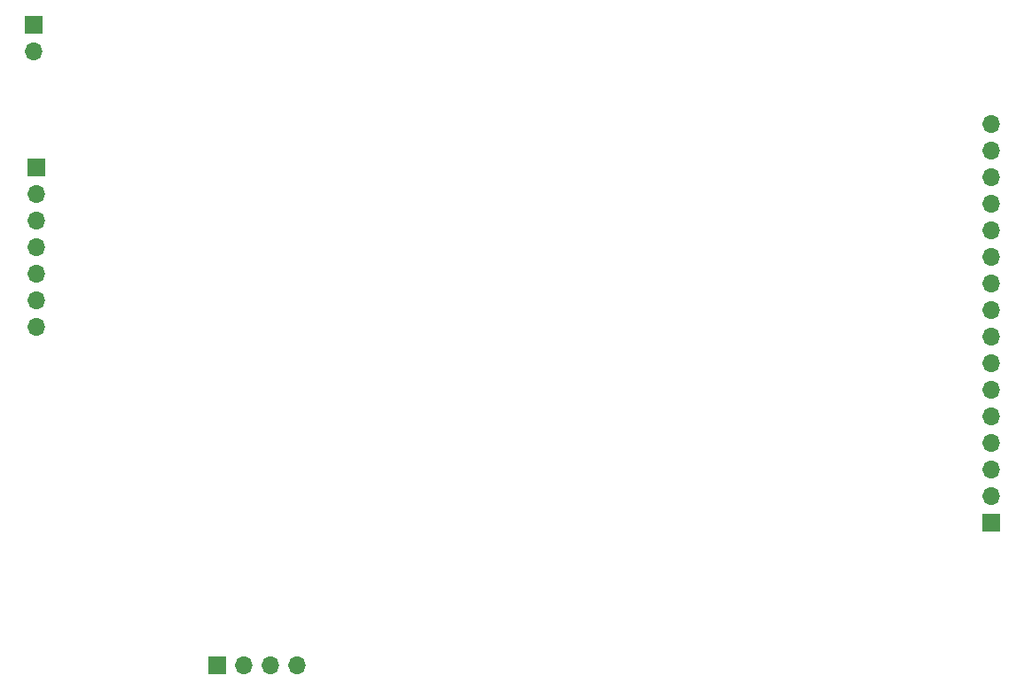
<source format=gbr>
%TF.GenerationSoftware,KiCad,Pcbnew,7.0.6-0*%
%TF.CreationDate,2024-01-17T10:16:55-05:00*%
%TF.ProjectId,SwitchingV3,53776974-6368-4696-9e67-56332e6b6963,rev?*%
%TF.SameCoordinates,Original*%
%TF.FileFunction,Soldermask,Bot*%
%TF.FilePolarity,Negative*%
%FSLAX46Y46*%
G04 Gerber Fmt 4.6, Leading zero omitted, Abs format (unit mm)*
G04 Created by KiCad (PCBNEW 7.0.6-0) date 2024-01-17 10:16:55*
%MOMM*%
%LPD*%
G01*
G04 APERTURE LIST*
%ADD10R,1.700000X1.700000*%
%ADD11O,1.700000X1.700000*%
G04 APERTURE END LIST*
D10*
%TO.C,J3*%
X99060000Y-89789000D03*
D11*
X99060000Y-92329000D03*
X99060000Y-94869000D03*
X99060000Y-97409000D03*
X99060000Y-99949000D03*
X99060000Y-102489000D03*
X99060000Y-105029000D03*
%TD*%
D10*
%TO.C,J4*%
X190246000Y-123698000D03*
D11*
X190246000Y-121158000D03*
X190246000Y-118618000D03*
X190246000Y-116078000D03*
X190246000Y-113538000D03*
X190246000Y-110998000D03*
X190246000Y-108458000D03*
X190246000Y-105918000D03*
X190246000Y-103378000D03*
X190246000Y-100838000D03*
X190246000Y-98298000D03*
X190246000Y-95758000D03*
X190246000Y-93218000D03*
X190246000Y-90678000D03*
X190246000Y-88138000D03*
X190246000Y-85598000D03*
%TD*%
D10*
%TO.C,J2*%
X98781000Y-76180000D03*
D11*
X98781000Y-78720000D03*
%TD*%
D10*
%TO.C,J1*%
X116307000Y-137394000D03*
D11*
X118847000Y-137394000D03*
X121387000Y-137394000D03*
X123927000Y-137394000D03*
%TD*%
M02*

</source>
